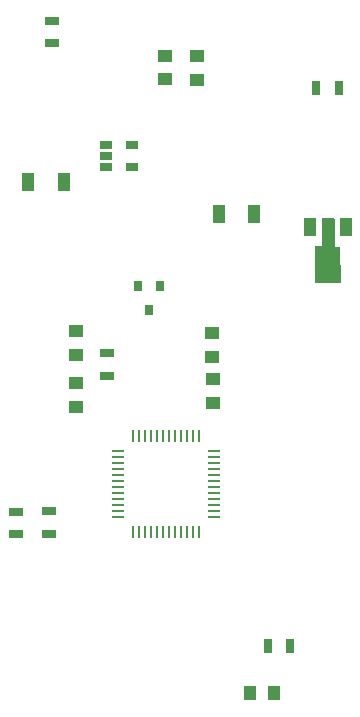
<source format=gbp>
G04 #@! TF.GenerationSoftware,KiCad,Pcbnew,5.1.6-c6e7f7d~87~ubuntu18.04.1*
G04 #@! TF.CreationDate,2020-11-02T00:43:46+05:30*
G04 #@! TF.ProjectId,Sensor_pcb_v3,53656e73-6f72-45f7-9063-625f76332e6b,rev?*
G04 #@! TF.SameCoordinates,Original*
G04 #@! TF.FileFunction,Paste,Bot*
G04 #@! TF.FilePolarity,Positive*
%FSLAX46Y46*%
G04 Gerber Fmt 4.6, Leading zero omitted, Abs format (unit mm)*
G04 Created by KiCad (PCBNEW 5.1.6-c6e7f7d~87~ubuntu18.04.1) date 2020-11-02 00:43:46*
%MOMM*%
%LPD*%
G01*
G04 APERTURE LIST*
%ADD10R,0.800000X0.900000*%
%ADD11R,1.000000X1.500000*%
%ADD12C,0.100000*%
%ADD13R,1.000000X0.230000*%
%ADD14R,0.230000X1.000000*%
%ADD15R,1.300000X0.700000*%
%ADD16R,1.000000X1.600000*%
%ADD17R,1.000000X1.250000*%
%ADD18R,1.250000X1.000000*%
%ADD19R,0.700000X1.300000*%
%ADD20R,1.060000X0.650000*%
G04 APERTURE END LIST*
D10*
X36888400Y-44975000D03*
X37838400Y-42975000D03*
X35938400Y-42975000D03*
D11*
X50529400Y-37943700D03*
X53529400Y-37943700D03*
D12*
G36*
X51558949Y-37184620D02*
G01*
X51565211Y-37186266D01*
X51587513Y-37193700D01*
X52539400Y-37193700D01*
X52549155Y-37194661D01*
X52558534Y-37197506D01*
X52567179Y-37202127D01*
X52574755Y-37208345D01*
X52580973Y-37215921D01*
X52585594Y-37224566D01*
X52588439Y-37233945D01*
X52589400Y-37243700D01*
X52589400Y-39633700D01*
X53039400Y-39633700D01*
X53049155Y-39634661D01*
X53058534Y-39637506D01*
X53067179Y-39642127D01*
X53074755Y-39648345D01*
X53080973Y-39655921D01*
X53085594Y-39664566D01*
X53088439Y-39673945D01*
X53089400Y-39683531D01*
X53099400Y-42633531D01*
X53098472Y-42643288D01*
X53095659Y-42652677D01*
X53091067Y-42661337D01*
X53084875Y-42668935D01*
X53077319Y-42675179D01*
X53068691Y-42679829D01*
X53059321Y-42682706D01*
X53049400Y-42683700D01*
X52539400Y-42683700D01*
X52539400Y-42723700D01*
X51539400Y-42723700D01*
X51539400Y-42683700D01*
X50989400Y-42683700D01*
X50979645Y-42682739D01*
X50970266Y-42679894D01*
X50961621Y-42675273D01*
X50954045Y-42669055D01*
X50947827Y-42661479D01*
X50943206Y-42652834D01*
X50940361Y-42643455D01*
X50939400Y-42633700D01*
X50939400Y-39623700D01*
X50940361Y-39613945D01*
X50943206Y-39604566D01*
X50947827Y-39595921D01*
X50954045Y-39588345D01*
X50961621Y-39582127D01*
X50970266Y-39577506D01*
X50979645Y-39574661D01*
X50989400Y-39573700D01*
X51509190Y-39573700D01*
X51499400Y-37233909D01*
X51500320Y-37224151D01*
X51503126Y-37214759D01*
X51507711Y-37206096D01*
X51513897Y-37198493D01*
X51521448Y-37192243D01*
X51530073Y-37187586D01*
X51539440Y-37184702D01*
X51549191Y-37183700D01*
X51558949Y-37184620D01*
G37*
D13*
X42362100Y-57421800D03*
D14*
X41092100Y-63771800D03*
X40584100Y-63771800D03*
X40076100Y-63771800D03*
X39568100Y-63771800D03*
X39060100Y-63771800D03*
X38552100Y-63771800D03*
X38044100Y-63771800D03*
X37536100Y-63771800D03*
X37028100Y-63771800D03*
X36520100Y-63771800D03*
X36012100Y-63771800D03*
X35504100Y-63771800D03*
D13*
X34234100Y-62501800D03*
X34234100Y-61993800D03*
X34234100Y-60977800D03*
X34234100Y-60469800D03*
X34234100Y-59961800D03*
X34234100Y-59453800D03*
X34234100Y-58945800D03*
X34234100Y-58437800D03*
X34234100Y-57929800D03*
X34234100Y-57421800D03*
X34234100Y-56913800D03*
D14*
X36012100Y-55643800D03*
X36520100Y-55643800D03*
X37028100Y-55643800D03*
X37536100Y-55643800D03*
X38044100Y-55643800D03*
X38552100Y-55643800D03*
X39060100Y-55643800D03*
X39568100Y-55643800D03*
X40076100Y-55643800D03*
X40584100Y-55643800D03*
X41092100Y-55643800D03*
D13*
X42362100Y-56913800D03*
X42362100Y-57929800D03*
X42362100Y-58437800D03*
X42362100Y-58945800D03*
X42362100Y-59453800D03*
X42362100Y-59961800D03*
X42362100Y-60469800D03*
X42362100Y-60977800D03*
X42362100Y-61485800D03*
X42362100Y-61993800D03*
X42362100Y-62501800D03*
D14*
X35504100Y-55643800D03*
D13*
X34234100Y-61485800D03*
D15*
X28427700Y-63919100D03*
X28427700Y-62019100D03*
X25641300Y-62031800D03*
X25641300Y-63931800D03*
D16*
X29673700Y-34097000D03*
X26673700Y-34097000D03*
D17*
X47443900Y-77355700D03*
X45443900Y-77355700D03*
D18*
X42227500Y-48947600D03*
X42227500Y-46947600D03*
X42296100Y-50805800D03*
X42296100Y-52805800D03*
X30723800Y-46752000D03*
X30723800Y-48752000D03*
X30678100Y-51158900D03*
X30678100Y-53158900D03*
X38257500Y-25447500D03*
X38257500Y-23447500D03*
X40914300Y-25469600D03*
X40914300Y-23469600D03*
D19*
X46921400Y-73418700D03*
X48821400Y-73418700D03*
D15*
X33340000Y-50548600D03*
X33340000Y-48648600D03*
X28638500Y-20490100D03*
X28638500Y-22390100D03*
D19*
X52948900Y-26159500D03*
X51048900Y-26159500D03*
D20*
X33271300Y-32860000D03*
X33271300Y-31910000D03*
X33271300Y-30960000D03*
X35471300Y-30960000D03*
X35471300Y-32860000D03*
D16*
X42795100Y-36814800D03*
X45795100Y-36814800D03*
M02*

</source>
